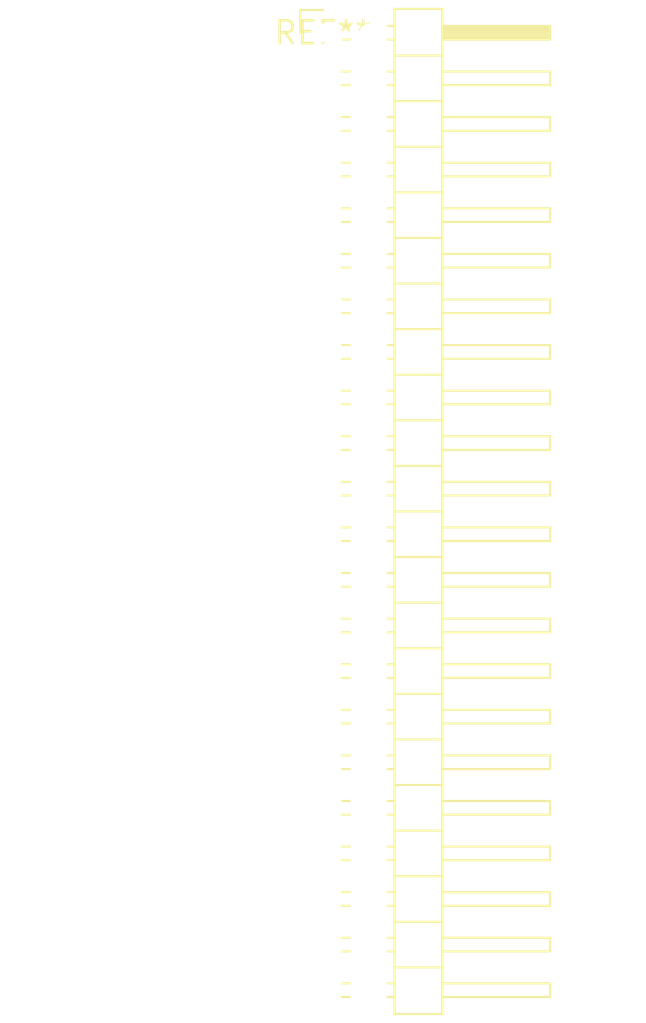
<source format=kicad_pcb>
(kicad_pcb (version 20240108) (generator pcbnew)
  (layers (0 "F.Cu" signal) (31 "B.Cu" signal) (34 "B.Paste" user) (35 "F.Paste" user) (36 "B.SilkS" user "B.Silkscreen") (37 "F.SilkS" user "F.Silkscreen") (38 "B.Mask" user) (39 "F.Mask" user) (44 "Edge.Cuts" user))
  (net 0 "")
  (footprint "PinHeader_2x22_P2.54mm_Horizontal" (layer "F.Cu") (at 0 0)
    (property "Reference" "REF**")
    (property "Value" "PinHeader_2x22_P2.54mm_Horizontal")
    (fp_line (start -1.27 -1.27) (end 0 -1.27) (layer "F.SilkS") (stroke (width 0.12)))
    (fp_line (start -1.27 0) (end -1.27 -1.27) (layer "F.SilkS") (stroke (width 0.12)))
    (fp_line (start 1.042929 2.16) (end 1.497071 2.16) (layer "F.SilkS") (stroke (width 0.12)))
    (fp_line (start 1.042929 2.92) (end 1.497071 2.92) (layer "F.SilkS") (stroke (width 0.12)))
    (fp_line (start 1.042929 4.7) (end 1.497071 4.7) (layer "F.SilkS") (stroke (width 0.12)))
    (fp_line (start 1.042929 5.46) (end 1.497071 5.46) (layer "F.SilkS") (stroke (width 0.12)))
    (fp_line (start 1.042929 7.24) (end 1.497071 7.24) (layer "F.SilkS") (stroke (width 0.12)))
    (fp_line (start 1.042929 8) (end 1.497071 8) (layer "F.SilkS") (stroke (width 0.12)))
    (fp_line (start 1.042929 9.78) (end 1.497071 9.78) (layer "F.SilkS") (stroke (width 0.12)))
    (fp_line (start 1.042929 10.54) (end 1.497071 10.54) (layer "F.SilkS") (stroke (width 0.12)))
    (fp_line (start 1.042929 12.32) (end 1.497071 12.32) (layer "F.SilkS") (stroke (width 0.12)))
    (fp_line (start 1.042929 13.08) (end 1.497071 13.08) (layer "F.SilkS") (stroke (width 0.12)))
    (fp_line (start 1.042929 14.86) (end 1.497071 14.86) (layer "F.SilkS") (stroke (width 0.12)))
    (fp_line (start 1.042929 15.62) (end 1.497071 15.62) (layer "F.SilkS") (stroke (width 0.12)))
    (fp_line (start 1.042929 17.4) (end 1.497071 17.4) (layer "F.SilkS") (stroke (width 0.12)))
    (fp_line (start 1.042929 18.16) (end 1.497071 18.16) (layer "F.SilkS") (stroke (width 0.12)))
    (fp_line (start 1.042929 19.94) (end 1.497071 19.94) (layer "F.SilkS") (stroke (width 0.12)))
    (fp_line (start 1.042929 20.7) (end 1.497071 20.7) (layer "F.SilkS") (stroke (width 0.12)))
    (fp_line (start 1.042929 22.48) (end 1.497071 22.48) (layer "F.SilkS") (stroke (width 0.12)))
    (fp_line (start 1.042929 23.24) (end 1.497071 23.24) (layer "F.SilkS") (stroke (width 0.12)))
    (fp_line (start 1.042929 25.02) (end 1.497071 25.02) (layer "F.SilkS") (stroke (width 0.12)))
    (fp_line (start 1.042929 25.78) (end 1.497071 25.78) (layer "F.SilkS") (stroke (width 0.12)))
    (fp_line (start 1.042929 27.56) (end 1.497071 27.56) (layer "F.SilkS") (stroke (width 0.12)))
    (fp_line (start 1.042929 28.32) (end 1.497071 28.32) (layer "F.SilkS") (stroke (width 0.12)))
    (fp_line (start 1.042929 30.1) (end 1.497071 30.1) (layer "F.SilkS") (stroke (width 0.12)))
    (fp_line (start 1.042929 30.86) (end 1.497071 30.86) (layer "F.SilkS") (stroke (width 0.12)))
    (fp_line (start 1.042929 32.64) (end 1.497071 32.64) (layer "F.SilkS") (stroke (width 0.12)))
    (fp_line (start 1.042929 33.4) (end 1.497071 33.4) (layer "F.SilkS") (stroke (width 0.12)))
    (fp_line (start 1.042929 35.18) (end 1.497071 35.18) (layer "F.SilkS") (stroke (width 0.12)))
    (fp_line (start 1.042929 35.94) (end 1.497071 35.94) (layer "F.SilkS") (stroke (width 0.12)))
    (fp_line (start 1.042929 37.72) (end 1.497071 37.72) (layer "F.SilkS") (stroke (width 0.12)))
    (fp_line (start 1.042929 38.48) (end 1.497071 38.48) (layer "F.SilkS") (stroke (width 0.12)))
    (fp_line (start 1.042929 40.26) (end 1.497071 40.26) (layer "F.SilkS") (stroke (width 0.12)))
    (fp_line (start 1.042929 41.02) (end 1.497071 41.02) (layer "F.SilkS") (stroke (width 0.12)))
    (fp_line (start 1.042929 42.8) (end 1.497071 42.8) (layer "F.SilkS") (stroke (width 0.12)))
    (fp_line (start 1.042929 43.56) (end 1.497071 43.56) (layer "F.SilkS") (stroke (width 0.12)))
    (fp_line (start 1.042929 45.34) (end 1.497071 45.34) (layer "F.SilkS") (stroke (width 0.12)))
    (fp_line (start 1.042929 46.1) (end 1.497071 46.1) (layer "F.SilkS") (stroke (width 0.12)))
    (fp_line (start 1.042929 47.88) (end 1.497071 47.88) (layer "F.SilkS") (stroke (width 0.12)))
    (fp_line (start 1.042929 48.64) (end 1.497071 48.64) (layer "F.SilkS") (stroke (width 0.12)))
    (fp_line (start 1.042929 50.42) (end 1.497071 50.42) (layer "F.SilkS") (stroke (width 0.12)))
    (fp_line (start 1.042929 51.18) (end 1.497071 51.18) (layer "F.SilkS") (stroke (width 0.12)))
    (fp_line (start 1.042929 52.96) (end 1.497071 52.96) (layer "F.SilkS") (stroke (width 0.12)))
    (fp_line (start 1.042929 53.72) (end 1.497071 53.72) (layer "F.SilkS") (stroke (width 0.12)))
    (fp_line (start 1.11 -0.38) (end 1.497071 -0.38) (layer "F.SilkS") (stroke (width 0.12)))
    (fp_line (start 1.11 0.38) (end 1.497071 0.38) (layer "F.SilkS") (stroke (width 0.12)))
    (fp_line (start 3.582929 -0.38) (end 3.98 -0.38) (layer "F.SilkS") (stroke (width 0.12)))
    (fp_line (start 3.582929 0.38) (end 3.98 0.38) (layer "F.SilkS") (stroke (width 0.12)))
    (fp_line (start 3.582929 2.16) (end 3.98 2.16) (layer "F.SilkS") (stroke (width 0.12)))
    (fp_line (start 3.582929 2.92) (end 3.98 2.92) (layer "F.SilkS") (stroke (width 0.12)))
    (fp_line (start 3.582929 4.7) (end 3.98 4.7) (layer "F.SilkS") (stroke (width 0.12)))
    (fp_line (start 3.582929 5.46) (end 3.98 5.46) (layer "F.SilkS") (stroke (width 0.12)))
    (fp_line (start 3.582929 7.24) (end 3.98 7.24) (layer "F.SilkS") (stroke (width 0.12)))
    (fp_line (start 3.582929 8) (end 3.98 8) (layer "F.SilkS") (stroke (width 0.12)))
    (fp_line (start 3.582929 9.78) (end 3.98 9.78) (layer "F.SilkS") (stroke (width 0.12)))
    (fp_line (start 3.582929 10.54) (end 3.98 10.54) (layer "F.SilkS") (stroke (width 0.12)))
    (fp_line (start 3.582929 12.32) (end 3.98 12.32) (layer "F.SilkS") (stroke (width 0.12)))
    (fp_line (start 3.582929 13.08) (end 3.98 13.08) (layer "F.SilkS") (stroke (width 0.12)))
    (fp_line (start 3.582929 14.86) (end 3.98 14.86) (layer "F.SilkS") (stroke (width 0.12)))
    (fp_line (start 3.582929 15.62) (end 3.98 15.62) (layer "F.SilkS") (stroke (width 0.12)))
    (fp_line (start 3.582929 17.4) (end 3.98 17.4) (layer "F.SilkS") (stroke (width 0.12)))
    (fp_line (start 3.582929 18.16) (end 3.98 18.16) (layer "F.SilkS") (stroke (width 0.12)))
    (fp_line (start 3.582929 19.94) (end 3.98 19.94) (layer "F.SilkS") (stroke (width 0.12)))
    (fp_line (start 3.582929 20.7) (end 3.98 20.7) (layer "F.SilkS") (stroke (width 0.12)))
    (fp_line (start 3.582929 22.48) (end 3.98 22.48) (layer "F.SilkS") (stroke (width 0.12)))
    (fp_line (start 3.582929 23.24) (end 3.98 23.24) (layer "F.SilkS") (stroke (width 0.12)))
    (fp_line (start 3.582929 25.02) (end 3.98 25.02) (layer "F.SilkS") (stroke (width 0.12)))
    (fp_line (start 3.582929 25.78) (end 3.98 25.78) (layer "F.SilkS") (stroke (width 0.12)))
    (fp_line (start 3.582929 27.56) (end 3.98 27.56) (layer "F.SilkS") (stroke (width 0.12)))
    (fp_line (start 3.582929 28.32) (end 3.98 28.32) (layer "F.SilkS") (stroke (width 0.12)))
    (fp_line (start 3.582929 30.1) (end 3.98 30.1) (layer "F.SilkS") (stroke (width 0.12)))
    (fp_line (start 3.582929 30.86) (end 3.98 30.86) (layer "F.SilkS") (stroke (width 0.12)))
    (fp_line (start 3.582929 32.64) (end 3.98 32.64) (layer "F.SilkS") (stroke (width 0.12)))
    (fp_line (start 3.582929 33.4) (end 3.98 33.4) (layer "F.SilkS") (stroke (width 0.12)))
    (fp_line (start 3.582929 35.18) (end 3.98 35.18) (layer "F.SilkS") (stroke (width 0.12)))
    (fp_line (start 3.582929 35.94) (end 3.98 35.94) (layer "F.SilkS") (stroke (width 0.12)))
    (fp_line (start 3.582929 37.72) (end 3.98 37.72) (layer "F.SilkS") (stroke (width 0.12)))
    (fp_line (start 3.582929 38.48) (end 3.98 38.48) (layer "F.SilkS") (stroke (width 0.12)))
    (fp_line (start 3.582929 40.26) (end 3.98 40.26) (layer "F.SilkS") (stroke (width 0.12)))
    (fp_line (start 3.582929 41.02) (end 3.98 41.02) (layer "F.SilkS") (stroke (width 0.12)))
    (fp_line (start 3.582929 42.8) (end 3.98 42.8) (layer "F.SilkS") (stroke (width 0.12)))
    (fp_line (start 3.582929 43.56) (end 3.98 43.56) (layer "F.SilkS") (stroke (width 0.12)))
    (fp_line (start 3.582929 45.34) (end 3.98 45.34) (layer "F.SilkS") (stroke (width 0.12)))
    (fp_line (start 3.582929 46.1) (end 3.98 46.1) (layer "F.SilkS") (stroke (width 0.12)))
    (fp_line (start 3.582929 47.88) (end 3.98 47.88) (layer "F.SilkS") (stroke (width 0.12)))
    (fp_line (start 3.582929 48.64) (end 3.98 48.64) (layer "F.SilkS") (stroke (width 0.12)))
    (fp_line (start 3.582929 50.42) (end 3.98 50.42) (layer "F.SilkS") (stroke (width 0.12)))
    (fp_line (start 3.582929 51.18) (end 3.98 51.18) (layer "F.SilkS") (stroke (width 0.12)))
    (fp_line (start 3.582929 52.96) (end 3.98 52.96) (layer "F.SilkS") (stroke (width 0.12)))
    (fp_line (start 3.582929 53.72) (end 3.98 53.72) (layer "F.SilkS") (stroke (width 0.12)))
    (fp_line (start 3.98 -1.33) (end 3.98 54.67) (layer "F.SilkS") (stroke (width 0.12)))
    (fp_line (start 3.98 1.27) (end 6.64 1.27) (layer "F.SilkS") (stroke (width 0.12)))
    (fp_line (start 3.98 3.81) (end 6.64 3.81) (layer "F.SilkS") (stroke (width 0.12)))
    (fp_line (start 3.98 6.35) (end 6.64 6.35) (layer "F.SilkS") (stroke (width 0.12)))
    (fp_line (start 3.98 8.89) (end 6.64 8.89) (layer "F.SilkS") (stroke (width 0.12)))
    (fp_line (start 3.98 11.43) (end 6.64 11.43) (layer "F.SilkS") (stroke (width 0.12)))
    (fp_line (start 3.98 13.97) (end 6.64 13.97) (layer "F.SilkS") (stroke (width 0.12)))
    (fp_line (start 3.98 16.51) (end 6.64 16.51) (layer "F.SilkS") (stroke (width 0.12)))
    (fp_line (start 3.98 19.05) (end 6.64 19.05) (layer "F.SilkS") (stroke (width 0.12)))
    (fp_line (start 3.98 21.59) (end 6.64 21.59) (layer "F.SilkS") (stroke (width 0.12)))
    (fp_line (start 3.98 24.13) (end 6.64 24.13) (layer "F.SilkS") (stroke (width 0.12)))
    (fp_line (start 3.98 26.67) (end 6.64 26.67) (layer "F.SilkS") (stroke (width 0.12)))
    (fp_line (start 3.98 29.21) (end 6.64 29.21) (layer "F.SilkS") (stroke (width 0.12)))
    (fp_line (start 3.98 31.75) (end 6.64 31.75) (layer "F.SilkS") (stroke (width 0.12)))
    (fp_line (start 3.98 34.29) (end 6.64 34.29) (layer "F.SilkS") (stroke (width 0.12)))
    (fp_line (start 3.98 36.83) (end 6.64 36.83) (layer "F.SilkS") (stroke (width 0.12)))
    (fp_line (start 3.98 39.37) (end 6.64 39.37) (layer "F.SilkS") (stroke (width 0.12)))
    (fp_line (start 3.98 41.91) (end 6.64 41.91) (layer "F.SilkS") (stroke (width 0.12)))
    (fp_line (start 3.98 44.45) (end 6.64 44.45) (layer "F.SilkS") (stroke (width 0.12)))
    (fp_line (start 3.98 46.99) (end 6.64 46.99) (layer "F.SilkS") (stroke (width 0.12)))
    (fp_line (start 3.98 49.53) (end 6.64 49.53) (layer "F.SilkS") (stroke (width 0.12)))
    (fp_line (start 3.98 52.07) (end 6.64 52.07) (layer "F.SilkS") (stroke (width 0.12)))
    (fp_line (start 3.98 54.67) (end 6.64 54.67) (layer "F.SilkS") (stroke (width 0.12)))
    (fp_line (start 6.64 -1.33) (end 3.98 -1.33) (layer "F.SilkS") (stroke (width 0.12)))
    (fp_line (start 6.64 -0.38) (end 12.64 -0.38) (layer "F.SilkS") (stroke (width 0.12)))
    (fp_line (start 6.64 -0.32) (end 12.64 -0.32) (layer "F.SilkS") (stroke (width 0.12)))
    (fp_line (start 6.64 -0.2) (end 12.64 -0.2) (layer "F.SilkS") (stroke (width 0.12)))
    (fp_line (start 6.64 -0.08) (end 12.64 -0.08) (layer "F.SilkS") (stroke (width 0.12)))
    (fp_line (start 6.64 0.04) (end 12.64 0.04) (layer "F.SilkS") (stroke (width 0.12)))
    (fp_line (start 6.64 0.16) (end 12.64 0.16) (layer "F.SilkS") (stroke (width 0.12)))
    (fp_line (start 6.64 0.28) (end 12.64 0.28) (layer "F.SilkS") (stroke (width 0.12)))
    (fp_line (start 6.64 2.16) (end 12.64 2.16) (layer "F.SilkS") (stroke (width 0.12)))
    (fp_line (start 6.64 4.7) (end 12.64 4.7) (layer "F.SilkS") (stroke (width 0.12)))
    (fp_line (start 6.64 7.24) (end 12.64 7.24) (layer "F.SilkS") (stroke (width 0.12)))
    (fp_line (start 6.64 9.78) (end 12.64 9.78) (layer "F.SilkS") (stroke (width 0.12)))
    (fp_line (start 6.64 12.32) (end 12.64 12.32) (layer "F.SilkS") (stroke (width 0.12)))
    (fp_line (start 6.64 14.86) (end 12.64 14.86) (layer "F.SilkS") (stroke (width 0.12)))
    (fp_line (start 6.64 17.4) (end 12.64 17.4) (layer "F.SilkS") (stroke (width 0.12)))
    (fp_line (start 6.64 19.94) (end 12.64 19.94) (layer "F.SilkS") (stroke (width 0.12)))
    (fp_line (start 6.64 22.48) (end 12.64 22.48) (layer "F.SilkS") (stroke (width 0.12)))
    (fp_line (start 6.64 25.02) (end 12.64 25.02) (layer "F.SilkS") (stroke (width 0.12)))
    (fp_line (start 6.64 27.56) (end 12.64 27.56) (layer "F.SilkS") (stroke (width 0.12)))
    (fp_line (start 6.64 30.1) (end 12.64 30.1) (layer "F.SilkS") (stroke (width 0.12)))
    (fp_line (start 6.64 32.64) (end 12.64 32.64) (layer "F.SilkS") (stroke (width 0.12)))
    (fp_line (start 6.64 35.18) (end 12.64 35.18) (layer "F.SilkS") (stroke (width 0.12)))
    (fp_line (start 6.64 37.72) (end 12.64 37.72) (layer "F.SilkS") (stroke (width 0.12)))
    (fp_line (start 6.64 40.26) (end 12.64 40.26) (layer "F.SilkS") (stroke (width 0.12)))
    (fp_line (start 6.64 42.8) (end 12.64 42.8) (layer "F.SilkS") (stroke (width 0.12)))
    (fp_line (start 6.64 45.34) (end 12.64 45.34) (layer "F.SilkS") (stroke (width 0.12)))
    (fp_line (start 6.64 47.88) (end 12.64 47.88) (layer "F.SilkS") (stroke (width 0.12)))
    (fp_line (start 6.64 50.42) (end 12.64 50.42) (layer "F.SilkS") (stroke (width 0.12)))
    (fp_line (start 6.64 52.96) (end 12.64 52.96) (layer "F.SilkS") (stroke (width 0.12)))
    (fp_line (start 6.64 54.67) (end 6.64 -1.33) (layer "F.SilkS") (stroke (width 0.12)))
    (fp_line (start 12.64 -0.38) (end 12.64 0.38) (layer "F.SilkS") (stroke (width 0.12)))
    (fp_line (start 12.64 0.38) (end 6.64 0.38) (layer "F.SilkS") (stroke (width 0.12)))
    (fp_line (start 12.64 2.16) (end 12.64 2.92) (layer "F.SilkS") (stroke (width 0.12)))
    (fp_line (start 12.64 2.92) (end 6.64 2.92) (layer "F.SilkS") (stroke (width 0.12)))
    (fp_line (start 12.64 4.7) (end 12.64 5.46) (layer "F.SilkS") (stroke (width 0.12)))
    (fp_line (start 12.64 5.46) (end 6.64 5.46) (layer "F.SilkS") (stroke (width 0.12)))
    (fp_line (start 12.64 7.24) (end 12.64 8) (layer "F.SilkS") (stroke (width 0.12)))
    (fp_line (start 12.64 8) (end 6.64 8) (layer "F.SilkS") (stroke (width 0.12)))
    (fp_line (start 12.64 9.78) (end 12.64 10.54) (layer "F.SilkS") (stroke (width 0.12)))
    (fp_line (start 12.64 10.54) (end 6.64 10.54) (layer "F.SilkS") (stroke (width 0.12)))
    (fp_line (start 12.64 12.32) (end 12.64 13.08) (layer "F.SilkS") (stroke (width 0.12)))
    (fp_line (start 12.64 13.08) (end 6.64 13.08) (layer "F.SilkS") (stroke (width 0.12)))
    (fp_line (start 12.64 14.86) (end 12.64 15.62) (layer "F.SilkS") (stroke (width 0.12)))
    (fp_line (start 12.64 15.62) (end 6.64 15.62) (layer "F.SilkS") (stroke (width 0.12)))
    (fp_line (start 12.64 17.4) (end 12.64 18.16) (layer "F.SilkS") (stroke (width 0.12)))
    (fp_line (start 12.64 18.16) (end 6.64 18.16) (layer "F.SilkS") (stroke (width 0.12)))
    (fp_line (start 12.64 19.94) (end 12.64 20.7) (layer "F.SilkS") (stroke (width 0.12)))
    (fp_line (start 12.64 20.7) (end 6.64 20.7) (layer "F.SilkS") (stroke (width 0.12)))
    (fp_line (start 12.64 22.48) (end 12.64 23.24) (layer "F.SilkS") (stroke (width 0.12)))
    (fp_line (start 12.64 23.24) (end 6.64 23.24) (layer "F.SilkS") (stroke (width 0.12)))
    (fp_line (start 12.64 25.02) (end 12.64 25.78) (layer "F.SilkS") (stroke (width 0.12)))
    (fp_line (start 12.64 25.78) (end 6.64 25.78) (layer "F.SilkS") (stroke (width 0.12)))
    (fp_line (start 12.64 27.56) (end 12.64 28.32) (layer "F.SilkS") (stroke (width 0.12)))
    (fp_line (start 12.64 28.32) (end 6.64 28.32) (layer "F.SilkS") (stroke (width 0.12)))
    (fp_line (start 12.64 30.1) (end 12.64 30.86) (layer "F.SilkS") (stroke (width 0.12)))
    (fp_line (start 12.64 30.86) (end 6.64 30.86) (layer "F.SilkS") (stroke (width 0.12)))
    (fp_line (start 12.64 32.64) (end 12.64 33.4) (layer "F.SilkS") (stroke (width 0.12)))
    (fp_line (start 12.64 33.4) (end 6.64 33.4) (layer "F.SilkS") (stroke (width 0.12)))
    (fp_line (start 12.64 35.18) (end 12.64 35.94) (layer "F.SilkS") (stroke (width 0.12)))
    (fp_line (start 12.64 35.94) (end 6.64 35.94) (layer "F.SilkS") (stroke (width 0.12)))
    (fp_line (start 12.64 37.72) (end 12.64 38.48) (layer "F.SilkS") (stroke (width 0.12)))
    (fp_line (start 12.64 38.48) (end 6.64 38.48) (layer "F.SilkS") (stroke (width 0.12)))
    (fp_line (start 12.64 40.26) (end 12.64 41.02) (layer "F.SilkS") (stroke (width 0.12)))
    (fp_line (start 12.64 41.02) (end 6.64 41.02) (layer "F.SilkS") (stroke (width 0.12)))
    (fp_line (start 12.64 42.8) (end 12.64 43.56) (layer "F.SilkS") (stroke (width 0.12)))
    (fp_line (start 12.64 43.56) (end 6.64 43.56) (layer "F.SilkS") (stroke (width 0.12)))
    (fp_line (start 12.64 45.34) (end 12.64 46.1) (layer "F.SilkS") (stroke (width 0.12)))
    (fp_line (start 12.64 46.1) (end 6.64 46.1) (layer "F.SilkS") (stroke (width 0.12)))
    (fp_line (start 12.64 47.88) (end 12.64 48.64) (layer "F.SilkS") (stroke (width 0.12)))
    (fp_line (start 12.64 48.64) (end 6.64 48.64) (layer "F.SilkS") (stroke (width 0.12)))
    (fp_line (start 12.64 50.42) (end 12.64 51.18) (layer "F.SilkS") (stroke (width 0.12)))
    (fp_line (start 12.64 51.18) (end 6.64 51.18) (layer "F.SilkS") (stroke (width 0.12)))
    (fp_line (start 12.64 52.96) (end 12.64 53.72) (layer "F.SilkS") (stroke (width 0.12)))
    (fp_line (start 12.64 53.72) (end 6.64 53.72) (layer "F.SilkS") (stroke (width 0.12)))
    (pad "1" thru_hole rect (at 0 0) (size 1.7 1.7) (drill 1) (layers *.Cu *.Mask) (remove_unused_layers))
    (pad "2" thru_hole oval (at 2.54 0) (size 1.7 1.7) (drill 1) (layers *.Cu *.Mask) (remove_unused_layers))
    (pad "3" thru_hole oval (at 0 2.54) (size 1.7 1.7) (drill 1) (layers *.Cu *.Mask) (remove_unused_layers))
    (pad "4" thru_hole oval (at 2.54 2.54) (size 1.7 1.7) (drill 1) (layers *.Cu *.Mask) (remove_unused_layers))
    (pad "5" thru_hole oval (at 0 5.08) (size 1.7 1.7) (drill 1) (layers *.Cu *.Mask) (remove_unused_layers))
    (pad "6" thru_hole oval (at 2.54 5.08) (size 1.7 1.7) (drill 1) (layers *.Cu *.Mask) (remove_unused_layers))
    (pad "7" thru_hole oval (at 0 7.62) (size 1.7 1.7) (drill 1) (layers *.Cu *.Mask) (remove_unused_layers))
    (pad "8" thru_hole oval (at 2.54 7.62) (size 1.7 1.7) (drill 1) (layers *.Cu *.Mask) (remove_unused_layers))
    (pad "9" thru_hole oval (at 0 10.16) (size 1.7 1.7) (drill 1) (layers *.Cu *.Mask) (remove_unused_layers))
    (pad "10" thru_hole oval (at 2.54 10.16) (size 1.7 1.7) (drill 1) (layers *.Cu *.Mask) (remove_unused_layers))
    (pad "11" thru_hole oval (at 0 12.7) (size 1.7 1.7) (drill 1) (layers *.Cu *.Mask) (remove_unused_layers))
    (pad "12" thru_hole oval (at 2.54 12.7) (size 1.7 1.7) (drill 1) (layers *.Cu *.Mask) (remove_unused_layers))
    (pad "13" thru_hole oval (at 0 15.24) (size 1.7 1.7) (drill 1) (layers *.Cu *.Mask) (remove_unused_layers))
    (pad "14" thru_hole oval (at 2.54 15.24) (size 1.7 1.7) (drill 1) (layers *.Cu *.Mask) (remove_unused_layers))
    (pad "15" thru_hole oval (at 0 17.78) (size 1.7 1.7) (drill 1) (layers *.Cu *.Mask) (remove_unused_layers))
    (pad "16" thru_hole oval (at 2.54 17.78) (size 1.7 1.7) (drill 1) (layers *.Cu *.Mask) (remove_unused_layers))
    (pad "17" thru_hole oval (at 0 20.32) (size 1.7 1.7) (drill 1) (layers *.Cu *.Mask) (remove_unused_layers))
    (pad "18" thru_hole oval (at 2.54 20.32) (size 1.7 1.7) (drill 1) (layers *.Cu *.Mask) (remove_unused_layers))
    (pad "19" thru_hole oval (at 0 22.86) (size 1.7 1.7) (drill 1) (layers *.Cu *.Mask) (remove_unused_layers))
    (pad "20" thru_hole oval (at 2.54 22.86) (size 1.7 1.7) (drill 1) (layers *.Cu *.Mask) (remove_unused_layers))
    (pad "21" thru_hole oval (at 0 25.4) (size 1.7 1.7) (drill 1) (layers *.Cu *.Mask) (remove_unused_layers))
    (pad "22" thru_hole oval (at 2.54 25.4) (size 1.7 1.7) (drill 1) (layers *.Cu *.Mask) (remove_unused_layers))
    (pad "23" thru_hole oval (at 0 27.94) (size 1.7 1.7) (drill 1) (layers *.Cu *.Mask) (remove_unused_layers))
    (pad "24" thru_hole oval (at 2.54 27.94) (size 1.7 1.7) (drill 1) (layers *.Cu *.Mask) (remove_unused_layers))
    (pad "25" thru_hole oval (at 0 30.48) (size 1.7 1.7) (drill 1) (layers *.Cu *.Mask) (remove_unused_layers))
    (pad "26" thru_hole oval (at 2.54 30.48) (size 1.7 1.7) (drill 1) (layers *.Cu *.Mask) (remove_unused_layers))
    (pad "27" thru_hole oval (at 0 33.02) (size 1.7 1.7) (drill 1) (layers *.Cu *.Mask) (remove_unused_layers))
    (pad "28" thru_hole oval (at 2.54 33.02) (size 1.7 1.7) (drill 1) (layers *.Cu *.Mask) (remove_unused_layers))
    (pad "29" thru_hole oval (at 0 35.56) (size 1.7 1.7) (drill 1) (layers *.Cu *.Mask) (remove_unused_layers))
    (pad "30" thru_hole oval (at 2.54 35.56) (size 1.7 1.7) (drill 1) (layers *.Cu *.Mask) (remove_unused_layers))
    (pad "31" thru_hole oval (at 0 38.1) (size 1.7 1.7) (drill 1) (layers *.Cu *.Mask) (remove_unused_layers))
    (pad "32" thru_hole oval (at 2.54 38.1) (size 1.7 1.7) (drill 1) (layers *.Cu *.Mask) (remove_unused_layers))
    (pad "33" thru_hole oval (at 0 40.64) (size 1.7 1.7) (drill 1) (layers *.Cu *.Mask) (remove_unused_layers))
    (pad "34" thru_hole oval (at 2.54 40.64) (size 1.7 1.7) (drill 1) (layers *.Cu *.Mask) (remove_unused_layers))
    (pad "35" thru_hole oval (at 0 43.18) (size 1.7 1.7) (drill 1) (layers *.Cu *.Mask) (remove_unused_layers))
    (pad "36" thru_hole oval (at 2.54 43.18) (size 1.7 1.7) (drill 1) (layers *.Cu *.Mask) (remove_unused_layers))
    (pad "37" thru_hole oval (at 0 45.72) (size 1.7 1.7) (drill 1) (layers *.Cu *.Mask) (remove_unused_layers))
    (pad "38" thru_hole oval (at 2.54 45.72) (size 1.7 1.7) (drill 1) (layers *.Cu *.Mask) (remove_unused_layers))
    (pad "39" thru_hole oval (at 0 48.26) (size 1.7 1.7) (drill 1) (layers *.Cu *.Mask) (remove_unused_layers))
    (pad "40" thru_hole oval (at 2.54 48.26) (size 1.7 1.7) (drill 1) (layers *.Cu *.Mask) (remove_unused_layers))
    (pad "41" thru_hole oval (at 0 50.8) (size 1.7 1.7) (drill 1) (layers *.Cu *.Mask) (remove_unused_layers))
    (pad "42" thru_hole oval (at 2.54 50.8) (size 1.7 1.7) (drill 1) (layers *.Cu *.Mask) (remove_unused_layers))
    (pad "43" thru_hole oval (at 0 53.34) (size 1.7 1.7) (drill 1) (layers *.Cu *.Mask) (remove_unused_layers))
    (pad "44" thru_hole oval (at 2.54 53.34) (size 1.7 1.7) (drill 1) (layers *.Cu *.Mask) (remove_unused_layers))
  )
)
</source>
